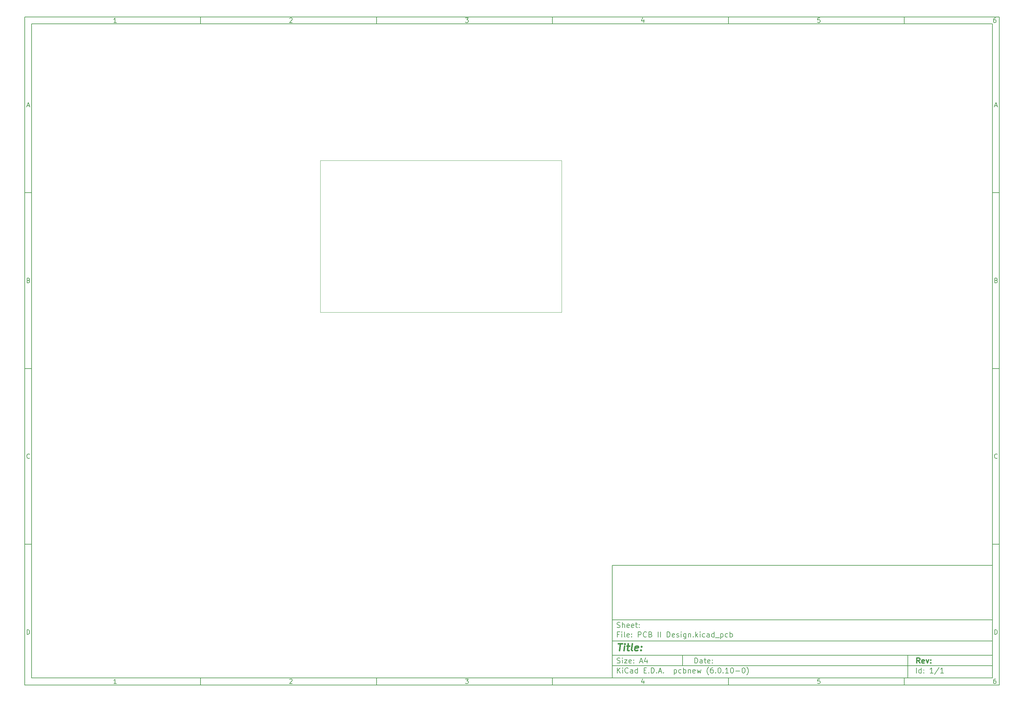
<source format=gbr>
%TF.GenerationSoftware,KiCad,Pcbnew,(6.0.10-0)*%
%TF.CreationDate,2023-02-24T22:40:59-08:00*%
%TF.ProjectId,PCB II Design,50434220-4949-4204-9465-7369676e2e6b,rev?*%
%TF.SameCoordinates,Original*%
%TF.FileFunction,Profile,NP*%
%FSLAX46Y46*%
G04 Gerber Fmt 4.6, Leading zero omitted, Abs format (unit mm)*
G04 Created by KiCad (PCBNEW (6.0.10-0)) date 2023-02-24 22:40:59*
%MOMM*%
%LPD*%
G01*
G04 APERTURE LIST*
%ADD10C,0.100000*%
%ADD11C,0.150000*%
%ADD12C,0.300000*%
%ADD13C,0.400000*%
%TA.AperFunction,Profile*%
%ADD14C,0.100000*%
%TD*%
G04 APERTURE END LIST*
D10*
D11*
X177002200Y-166007200D02*
X177002200Y-198007200D01*
X285002200Y-198007200D01*
X285002200Y-166007200D01*
X177002200Y-166007200D01*
D10*
D11*
X10000000Y-10000000D02*
X10000000Y-200007200D01*
X287002200Y-200007200D01*
X287002200Y-10000000D01*
X10000000Y-10000000D01*
D10*
D11*
X12000000Y-12000000D02*
X12000000Y-198007200D01*
X285002200Y-198007200D01*
X285002200Y-12000000D01*
X12000000Y-12000000D01*
D10*
D11*
X60000000Y-12000000D02*
X60000000Y-10000000D01*
D10*
D11*
X110000000Y-12000000D02*
X110000000Y-10000000D01*
D10*
D11*
X160000000Y-12000000D02*
X160000000Y-10000000D01*
D10*
D11*
X210000000Y-12000000D02*
X210000000Y-10000000D01*
D10*
D11*
X260000000Y-12000000D02*
X260000000Y-10000000D01*
D10*
D11*
X36065476Y-11588095D02*
X35322619Y-11588095D01*
X35694047Y-11588095D02*
X35694047Y-10288095D01*
X35570238Y-10473809D01*
X35446428Y-10597619D01*
X35322619Y-10659523D01*
D10*
D11*
X85322619Y-10411904D02*
X85384523Y-10350000D01*
X85508333Y-10288095D01*
X85817857Y-10288095D01*
X85941666Y-10350000D01*
X86003571Y-10411904D01*
X86065476Y-10535714D01*
X86065476Y-10659523D01*
X86003571Y-10845238D01*
X85260714Y-11588095D01*
X86065476Y-11588095D01*
D10*
D11*
X135260714Y-10288095D02*
X136065476Y-10288095D01*
X135632142Y-10783333D01*
X135817857Y-10783333D01*
X135941666Y-10845238D01*
X136003571Y-10907142D01*
X136065476Y-11030952D01*
X136065476Y-11340476D01*
X136003571Y-11464285D01*
X135941666Y-11526190D01*
X135817857Y-11588095D01*
X135446428Y-11588095D01*
X135322619Y-11526190D01*
X135260714Y-11464285D01*
D10*
D11*
X185941666Y-10721428D02*
X185941666Y-11588095D01*
X185632142Y-10226190D02*
X185322619Y-11154761D01*
X186127380Y-11154761D01*
D10*
D11*
X236003571Y-10288095D02*
X235384523Y-10288095D01*
X235322619Y-10907142D01*
X235384523Y-10845238D01*
X235508333Y-10783333D01*
X235817857Y-10783333D01*
X235941666Y-10845238D01*
X236003571Y-10907142D01*
X236065476Y-11030952D01*
X236065476Y-11340476D01*
X236003571Y-11464285D01*
X235941666Y-11526190D01*
X235817857Y-11588095D01*
X235508333Y-11588095D01*
X235384523Y-11526190D01*
X235322619Y-11464285D01*
D10*
D11*
X285941666Y-10288095D02*
X285694047Y-10288095D01*
X285570238Y-10350000D01*
X285508333Y-10411904D01*
X285384523Y-10597619D01*
X285322619Y-10845238D01*
X285322619Y-11340476D01*
X285384523Y-11464285D01*
X285446428Y-11526190D01*
X285570238Y-11588095D01*
X285817857Y-11588095D01*
X285941666Y-11526190D01*
X286003571Y-11464285D01*
X286065476Y-11340476D01*
X286065476Y-11030952D01*
X286003571Y-10907142D01*
X285941666Y-10845238D01*
X285817857Y-10783333D01*
X285570238Y-10783333D01*
X285446428Y-10845238D01*
X285384523Y-10907142D01*
X285322619Y-11030952D01*
D10*
D11*
X60000000Y-198007200D02*
X60000000Y-200007200D01*
D10*
D11*
X110000000Y-198007200D02*
X110000000Y-200007200D01*
D10*
D11*
X160000000Y-198007200D02*
X160000000Y-200007200D01*
D10*
D11*
X210000000Y-198007200D02*
X210000000Y-200007200D01*
D10*
D11*
X260000000Y-198007200D02*
X260000000Y-200007200D01*
D10*
D11*
X36065476Y-199595295D02*
X35322619Y-199595295D01*
X35694047Y-199595295D02*
X35694047Y-198295295D01*
X35570238Y-198481009D01*
X35446428Y-198604819D01*
X35322619Y-198666723D01*
D10*
D11*
X85322619Y-198419104D02*
X85384523Y-198357200D01*
X85508333Y-198295295D01*
X85817857Y-198295295D01*
X85941666Y-198357200D01*
X86003571Y-198419104D01*
X86065476Y-198542914D01*
X86065476Y-198666723D01*
X86003571Y-198852438D01*
X85260714Y-199595295D01*
X86065476Y-199595295D01*
D10*
D11*
X135260714Y-198295295D02*
X136065476Y-198295295D01*
X135632142Y-198790533D01*
X135817857Y-198790533D01*
X135941666Y-198852438D01*
X136003571Y-198914342D01*
X136065476Y-199038152D01*
X136065476Y-199347676D01*
X136003571Y-199471485D01*
X135941666Y-199533390D01*
X135817857Y-199595295D01*
X135446428Y-199595295D01*
X135322619Y-199533390D01*
X135260714Y-199471485D01*
D10*
D11*
X185941666Y-198728628D02*
X185941666Y-199595295D01*
X185632142Y-198233390D02*
X185322619Y-199161961D01*
X186127380Y-199161961D01*
D10*
D11*
X236003571Y-198295295D02*
X235384523Y-198295295D01*
X235322619Y-198914342D01*
X235384523Y-198852438D01*
X235508333Y-198790533D01*
X235817857Y-198790533D01*
X235941666Y-198852438D01*
X236003571Y-198914342D01*
X236065476Y-199038152D01*
X236065476Y-199347676D01*
X236003571Y-199471485D01*
X235941666Y-199533390D01*
X235817857Y-199595295D01*
X235508333Y-199595295D01*
X235384523Y-199533390D01*
X235322619Y-199471485D01*
D10*
D11*
X285941666Y-198295295D02*
X285694047Y-198295295D01*
X285570238Y-198357200D01*
X285508333Y-198419104D01*
X285384523Y-198604819D01*
X285322619Y-198852438D01*
X285322619Y-199347676D01*
X285384523Y-199471485D01*
X285446428Y-199533390D01*
X285570238Y-199595295D01*
X285817857Y-199595295D01*
X285941666Y-199533390D01*
X286003571Y-199471485D01*
X286065476Y-199347676D01*
X286065476Y-199038152D01*
X286003571Y-198914342D01*
X285941666Y-198852438D01*
X285817857Y-198790533D01*
X285570238Y-198790533D01*
X285446428Y-198852438D01*
X285384523Y-198914342D01*
X285322619Y-199038152D01*
D10*
D11*
X10000000Y-60000000D02*
X12000000Y-60000000D01*
D10*
D11*
X10000000Y-110000000D02*
X12000000Y-110000000D01*
D10*
D11*
X10000000Y-160000000D02*
X12000000Y-160000000D01*
D10*
D11*
X10690476Y-35216666D02*
X11309523Y-35216666D01*
X10566666Y-35588095D02*
X11000000Y-34288095D01*
X11433333Y-35588095D01*
D10*
D11*
X11092857Y-84907142D02*
X11278571Y-84969047D01*
X11340476Y-85030952D01*
X11402380Y-85154761D01*
X11402380Y-85340476D01*
X11340476Y-85464285D01*
X11278571Y-85526190D01*
X11154761Y-85588095D01*
X10659523Y-85588095D01*
X10659523Y-84288095D01*
X11092857Y-84288095D01*
X11216666Y-84350000D01*
X11278571Y-84411904D01*
X11340476Y-84535714D01*
X11340476Y-84659523D01*
X11278571Y-84783333D01*
X11216666Y-84845238D01*
X11092857Y-84907142D01*
X10659523Y-84907142D01*
D10*
D11*
X11402380Y-135464285D02*
X11340476Y-135526190D01*
X11154761Y-135588095D01*
X11030952Y-135588095D01*
X10845238Y-135526190D01*
X10721428Y-135402380D01*
X10659523Y-135278571D01*
X10597619Y-135030952D01*
X10597619Y-134845238D01*
X10659523Y-134597619D01*
X10721428Y-134473809D01*
X10845238Y-134350000D01*
X11030952Y-134288095D01*
X11154761Y-134288095D01*
X11340476Y-134350000D01*
X11402380Y-134411904D01*
D10*
D11*
X10659523Y-185588095D02*
X10659523Y-184288095D01*
X10969047Y-184288095D01*
X11154761Y-184350000D01*
X11278571Y-184473809D01*
X11340476Y-184597619D01*
X11402380Y-184845238D01*
X11402380Y-185030952D01*
X11340476Y-185278571D01*
X11278571Y-185402380D01*
X11154761Y-185526190D01*
X10969047Y-185588095D01*
X10659523Y-185588095D01*
D10*
D11*
X287002200Y-60000000D02*
X285002200Y-60000000D01*
D10*
D11*
X287002200Y-110000000D02*
X285002200Y-110000000D01*
D10*
D11*
X287002200Y-160000000D02*
X285002200Y-160000000D01*
D10*
D11*
X285692676Y-35216666D02*
X286311723Y-35216666D01*
X285568866Y-35588095D02*
X286002200Y-34288095D01*
X286435533Y-35588095D01*
D10*
D11*
X286095057Y-84907142D02*
X286280771Y-84969047D01*
X286342676Y-85030952D01*
X286404580Y-85154761D01*
X286404580Y-85340476D01*
X286342676Y-85464285D01*
X286280771Y-85526190D01*
X286156961Y-85588095D01*
X285661723Y-85588095D01*
X285661723Y-84288095D01*
X286095057Y-84288095D01*
X286218866Y-84350000D01*
X286280771Y-84411904D01*
X286342676Y-84535714D01*
X286342676Y-84659523D01*
X286280771Y-84783333D01*
X286218866Y-84845238D01*
X286095057Y-84907142D01*
X285661723Y-84907142D01*
D10*
D11*
X286404580Y-135464285D02*
X286342676Y-135526190D01*
X286156961Y-135588095D01*
X286033152Y-135588095D01*
X285847438Y-135526190D01*
X285723628Y-135402380D01*
X285661723Y-135278571D01*
X285599819Y-135030952D01*
X285599819Y-134845238D01*
X285661723Y-134597619D01*
X285723628Y-134473809D01*
X285847438Y-134350000D01*
X286033152Y-134288095D01*
X286156961Y-134288095D01*
X286342676Y-134350000D01*
X286404580Y-134411904D01*
D10*
D11*
X285661723Y-185588095D02*
X285661723Y-184288095D01*
X285971247Y-184288095D01*
X286156961Y-184350000D01*
X286280771Y-184473809D01*
X286342676Y-184597619D01*
X286404580Y-184845238D01*
X286404580Y-185030952D01*
X286342676Y-185278571D01*
X286280771Y-185402380D01*
X286156961Y-185526190D01*
X285971247Y-185588095D01*
X285661723Y-185588095D01*
D10*
D11*
X200434342Y-193785771D02*
X200434342Y-192285771D01*
X200791485Y-192285771D01*
X201005771Y-192357200D01*
X201148628Y-192500057D01*
X201220057Y-192642914D01*
X201291485Y-192928628D01*
X201291485Y-193142914D01*
X201220057Y-193428628D01*
X201148628Y-193571485D01*
X201005771Y-193714342D01*
X200791485Y-193785771D01*
X200434342Y-193785771D01*
X202577200Y-193785771D02*
X202577200Y-193000057D01*
X202505771Y-192857200D01*
X202362914Y-192785771D01*
X202077200Y-192785771D01*
X201934342Y-192857200D01*
X202577200Y-193714342D02*
X202434342Y-193785771D01*
X202077200Y-193785771D01*
X201934342Y-193714342D01*
X201862914Y-193571485D01*
X201862914Y-193428628D01*
X201934342Y-193285771D01*
X202077200Y-193214342D01*
X202434342Y-193214342D01*
X202577200Y-193142914D01*
X203077200Y-192785771D02*
X203648628Y-192785771D01*
X203291485Y-192285771D02*
X203291485Y-193571485D01*
X203362914Y-193714342D01*
X203505771Y-193785771D01*
X203648628Y-193785771D01*
X204720057Y-193714342D02*
X204577200Y-193785771D01*
X204291485Y-193785771D01*
X204148628Y-193714342D01*
X204077200Y-193571485D01*
X204077200Y-193000057D01*
X204148628Y-192857200D01*
X204291485Y-192785771D01*
X204577200Y-192785771D01*
X204720057Y-192857200D01*
X204791485Y-193000057D01*
X204791485Y-193142914D01*
X204077200Y-193285771D01*
X205434342Y-193642914D02*
X205505771Y-193714342D01*
X205434342Y-193785771D01*
X205362914Y-193714342D01*
X205434342Y-193642914D01*
X205434342Y-193785771D01*
X205434342Y-192857200D02*
X205505771Y-192928628D01*
X205434342Y-193000057D01*
X205362914Y-192928628D01*
X205434342Y-192857200D01*
X205434342Y-193000057D01*
D10*
D11*
X177002200Y-194507200D02*
X285002200Y-194507200D01*
D10*
D11*
X178434342Y-196585771D02*
X178434342Y-195085771D01*
X179291485Y-196585771D02*
X178648628Y-195728628D01*
X179291485Y-195085771D02*
X178434342Y-195942914D01*
X179934342Y-196585771D02*
X179934342Y-195585771D01*
X179934342Y-195085771D02*
X179862914Y-195157200D01*
X179934342Y-195228628D01*
X180005771Y-195157200D01*
X179934342Y-195085771D01*
X179934342Y-195228628D01*
X181505771Y-196442914D02*
X181434342Y-196514342D01*
X181220057Y-196585771D01*
X181077200Y-196585771D01*
X180862914Y-196514342D01*
X180720057Y-196371485D01*
X180648628Y-196228628D01*
X180577200Y-195942914D01*
X180577200Y-195728628D01*
X180648628Y-195442914D01*
X180720057Y-195300057D01*
X180862914Y-195157200D01*
X181077200Y-195085771D01*
X181220057Y-195085771D01*
X181434342Y-195157200D01*
X181505771Y-195228628D01*
X182791485Y-196585771D02*
X182791485Y-195800057D01*
X182720057Y-195657200D01*
X182577200Y-195585771D01*
X182291485Y-195585771D01*
X182148628Y-195657200D01*
X182791485Y-196514342D02*
X182648628Y-196585771D01*
X182291485Y-196585771D01*
X182148628Y-196514342D01*
X182077200Y-196371485D01*
X182077200Y-196228628D01*
X182148628Y-196085771D01*
X182291485Y-196014342D01*
X182648628Y-196014342D01*
X182791485Y-195942914D01*
X184148628Y-196585771D02*
X184148628Y-195085771D01*
X184148628Y-196514342D02*
X184005771Y-196585771D01*
X183720057Y-196585771D01*
X183577200Y-196514342D01*
X183505771Y-196442914D01*
X183434342Y-196300057D01*
X183434342Y-195871485D01*
X183505771Y-195728628D01*
X183577200Y-195657200D01*
X183720057Y-195585771D01*
X184005771Y-195585771D01*
X184148628Y-195657200D01*
X186005771Y-195800057D02*
X186505771Y-195800057D01*
X186720057Y-196585771D02*
X186005771Y-196585771D01*
X186005771Y-195085771D01*
X186720057Y-195085771D01*
X187362914Y-196442914D02*
X187434342Y-196514342D01*
X187362914Y-196585771D01*
X187291485Y-196514342D01*
X187362914Y-196442914D01*
X187362914Y-196585771D01*
X188077200Y-196585771D02*
X188077200Y-195085771D01*
X188434342Y-195085771D01*
X188648628Y-195157200D01*
X188791485Y-195300057D01*
X188862914Y-195442914D01*
X188934342Y-195728628D01*
X188934342Y-195942914D01*
X188862914Y-196228628D01*
X188791485Y-196371485D01*
X188648628Y-196514342D01*
X188434342Y-196585771D01*
X188077200Y-196585771D01*
X189577200Y-196442914D02*
X189648628Y-196514342D01*
X189577200Y-196585771D01*
X189505771Y-196514342D01*
X189577200Y-196442914D01*
X189577200Y-196585771D01*
X190220057Y-196157200D02*
X190934342Y-196157200D01*
X190077200Y-196585771D02*
X190577200Y-195085771D01*
X191077200Y-196585771D01*
X191577200Y-196442914D02*
X191648628Y-196514342D01*
X191577200Y-196585771D01*
X191505771Y-196514342D01*
X191577200Y-196442914D01*
X191577200Y-196585771D01*
X194577200Y-195585771D02*
X194577200Y-197085771D01*
X194577200Y-195657200D02*
X194720057Y-195585771D01*
X195005771Y-195585771D01*
X195148628Y-195657200D01*
X195220057Y-195728628D01*
X195291485Y-195871485D01*
X195291485Y-196300057D01*
X195220057Y-196442914D01*
X195148628Y-196514342D01*
X195005771Y-196585771D01*
X194720057Y-196585771D01*
X194577200Y-196514342D01*
X196577200Y-196514342D02*
X196434342Y-196585771D01*
X196148628Y-196585771D01*
X196005771Y-196514342D01*
X195934342Y-196442914D01*
X195862914Y-196300057D01*
X195862914Y-195871485D01*
X195934342Y-195728628D01*
X196005771Y-195657200D01*
X196148628Y-195585771D01*
X196434342Y-195585771D01*
X196577200Y-195657200D01*
X197220057Y-196585771D02*
X197220057Y-195085771D01*
X197220057Y-195657200D02*
X197362914Y-195585771D01*
X197648628Y-195585771D01*
X197791485Y-195657200D01*
X197862914Y-195728628D01*
X197934342Y-195871485D01*
X197934342Y-196300057D01*
X197862914Y-196442914D01*
X197791485Y-196514342D01*
X197648628Y-196585771D01*
X197362914Y-196585771D01*
X197220057Y-196514342D01*
X198577200Y-195585771D02*
X198577200Y-196585771D01*
X198577200Y-195728628D02*
X198648628Y-195657200D01*
X198791485Y-195585771D01*
X199005771Y-195585771D01*
X199148628Y-195657200D01*
X199220057Y-195800057D01*
X199220057Y-196585771D01*
X200505771Y-196514342D02*
X200362914Y-196585771D01*
X200077200Y-196585771D01*
X199934342Y-196514342D01*
X199862914Y-196371485D01*
X199862914Y-195800057D01*
X199934342Y-195657200D01*
X200077200Y-195585771D01*
X200362914Y-195585771D01*
X200505771Y-195657200D01*
X200577200Y-195800057D01*
X200577200Y-195942914D01*
X199862914Y-196085771D01*
X201077200Y-195585771D02*
X201362914Y-196585771D01*
X201648628Y-195871485D01*
X201934342Y-196585771D01*
X202220057Y-195585771D01*
X204362914Y-197157200D02*
X204291485Y-197085771D01*
X204148628Y-196871485D01*
X204077200Y-196728628D01*
X204005771Y-196514342D01*
X203934342Y-196157200D01*
X203934342Y-195871485D01*
X204005771Y-195514342D01*
X204077200Y-195300057D01*
X204148628Y-195157200D01*
X204291485Y-194942914D01*
X204362914Y-194871485D01*
X205577200Y-195085771D02*
X205291485Y-195085771D01*
X205148628Y-195157200D01*
X205077200Y-195228628D01*
X204934342Y-195442914D01*
X204862914Y-195728628D01*
X204862914Y-196300057D01*
X204934342Y-196442914D01*
X205005771Y-196514342D01*
X205148628Y-196585771D01*
X205434342Y-196585771D01*
X205577200Y-196514342D01*
X205648628Y-196442914D01*
X205720057Y-196300057D01*
X205720057Y-195942914D01*
X205648628Y-195800057D01*
X205577200Y-195728628D01*
X205434342Y-195657200D01*
X205148628Y-195657200D01*
X205005771Y-195728628D01*
X204934342Y-195800057D01*
X204862914Y-195942914D01*
X206362914Y-196442914D02*
X206434342Y-196514342D01*
X206362914Y-196585771D01*
X206291485Y-196514342D01*
X206362914Y-196442914D01*
X206362914Y-196585771D01*
X207362914Y-195085771D02*
X207505771Y-195085771D01*
X207648628Y-195157200D01*
X207720057Y-195228628D01*
X207791485Y-195371485D01*
X207862914Y-195657200D01*
X207862914Y-196014342D01*
X207791485Y-196300057D01*
X207720057Y-196442914D01*
X207648628Y-196514342D01*
X207505771Y-196585771D01*
X207362914Y-196585771D01*
X207220057Y-196514342D01*
X207148628Y-196442914D01*
X207077200Y-196300057D01*
X207005771Y-196014342D01*
X207005771Y-195657200D01*
X207077200Y-195371485D01*
X207148628Y-195228628D01*
X207220057Y-195157200D01*
X207362914Y-195085771D01*
X208505771Y-196442914D02*
X208577200Y-196514342D01*
X208505771Y-196585771D01*
X208434342Y-196514342D01*
X208505771Y-196442914D01*
X208505771Y-196585771D01*
X210005771Y-196585771D02*
X209148628Y-196585771D01*
X209577200Y-196585771D02*
X209577200Y-195085771D01*
X209434342Y-195300057D01*
X209291485Y-195442914D01*
X209148628Y-195514342D01*
X210934342Y-195085771D02*
X211077200Y-195085771D01*
X211220057Y-195157200D01*
X211291485Y-195228628D01*
X211362914Y-195371485D01*
X211434342Y-195657200D01*
X211434342Y-196014342D01*
X211362914Y-196300057D01*
X211291485Y-196442914D01*
X211220057Y-196514342D01*
X211077200Y-196585771D01*
X210934342Y-196585771D01*
X210791485Y-196514342D01*
X210720057Y-196442914D01*
X210648628Y-196300057D01*
X210577200Y-196014342D01*
X210577200Y-195657200D01*
X210648628Y-195371485D01*
X210720057Y-195228628D01*
X210791485Y-195157200D01*
X210934342Y-195085771D01*
X212077200Y-196014342D02*
X213220057Y-196014342D01*
X214220057Y-195085771D02*
X214362914Y-195085771D01*
X214505771Y-195157200D01*
X214577200Y-195228628D01*
X214648628Y-195371485D01*
X214720057Y-195657200D01*
X214720057Y-196014342D01*
X214648628Y-196300057D01*
X214577200Y-196442914D01*
X214505771Y-196514342D01*
X214362914Y-196585771D01*
X214220057Y-196585771D01*
X214077200Y-196514342D01*
X214005771Y-196442914D01*
X213934342Y-196300057D01*
X213862914Y-196014342D01*
X213862914Y-195657200D01*
X213934342Y-195371485D01*
X214005771Y-195228628D01*
X214077200Y-195157200D01*
X214220057Y-195085771D01*
X215220057Y-197157200D02*
X215291485Y-197085771D01*
X215434342Y-196871485D01*
X215505771Y-196728628D01*
X215577200Y-196514342D01*
X215648628Y-196157200D01*
X215648628Y-195871485D01*
X215577200Y-195514342D01*
X215505771Y-195300057D01*
X215434342Y-195157200D01*
X215291485Y-194942914D01*
X215220057Y-194871485D01*
D10*
D11*
X177002200Y-191507200D02*
X285002200Y-191507200D01*
D10*
D12*
X264411485Y-193785771D02*
X263911485Y-193071485D01*
X263554342Y-193785771D02*
X263554342Y-192285771D01*
X264125771Y-192285771D01*
X264268628Y-192357200D01*
X264340057Y-192428628D01*
X264411485Y-192571485D01*
X264411485Y-192785771D01*
X264340057Y-192928628D01*
X264268628Y-193000057D01*
X264125771Y-193071485D01*
X263554342Y-193071485D01*
X265625771Y-193714342D02*
X265482914Y-193785771D01*
X265197200Y-193785771D01*
X265054342Y-193714342D01*
X264982914Y-193571485D01*
X264982914Y-193000057D01*
X265054342Y-192857200D01*
X265197200Y-192785771D01*
X265482914Y-192785771D01*
X265625771Y-192857200D01*
X265697200Y-193000057D01*
X265697200Y-193142914D01*
X264982914Y-193285771D01*
X266197200Y-192785771D02*
X266554342Y-193785771D01*
X266911485Y-192785771D01*
X267482914Y-193642914D02*
X267554342Y-193714342D01*
X267482914Y-193785771D01*
X267411485Y-193714342D01*
X267482914Y-193642914D01*
X267482914Y-193785771D01*
X267482914Y-192857200D02*
X267554342Y-192928628D01*
X267482914Y-193000057D01*
X267411485Y-192928628D01*
X267482914Y-192857200D01*
X267482914Y-193000057D01*
D10*
D11*
X178362914Y-193714342D02*
X178577200Y-193785771D01*
X178934342Y-193785771D01*
X179077200Y-193714342D01*
X179148628Y-193642914D01*
X179220057Y-193500057D01*
X179220057Y-193357200D01*
X179148628Y-193214342D01*
X179077200Y-193142914D01*
X178934342Y-193071485D01*
X178648628Y-193000057D01*
X178505771Y-192928628D01*
X178434342Y-192857200D01*
X178362914Y-192714342D01*
X178362914Y-192571485D01*
X178434342Y-192428628D01*
X178505771Y-192357200D01*
X178648628Y-192285771D01*
X179005771Y-192285771D01*
X179220057Y-192357200D01*
X179862914Y-193785771D02*
X179862914Y-192785771D01*
X179862914Y-192285771D02*
X179791485Y-192357200D01*
X179862914Y-192428628D01*
X179934342Y-192357200D01*
X179862914Y-192285771D01*
X179862914Y-192428628D01*
X180434342Y-192785771D02*
X181220057Y-192785771D01*
X180434342Y-193785771D01*
X181220057Y-193785771D01*
X182362914Y-193714342D02*
X182220057Y-193785771D01*
X181934342Y-193785771D01*
X181791485Y-193714342D01*
X181720057Y-193571485D01*
X181720057Y-193000057D01*
X181791485Y-192857200D01*
X181934342Y-192785771D01*
X182220057Y-192785771D01*
X182362914Y-192857200D01*
X182434342Y-193000057D01*
X182434342Y-193142914D01*
X181720057Y-193285771D01*
X183077200Y-193642914D02*
X183148628Y-193714342D01*
X183077200Y-193785771D01*
X183005771Y-193714342D01*
X183077200Y-193642914D01*
X183077200Y-193785771D01*
X183077200Y-192857200D02*
X183148628Y-192928628D01*
X183077200Y-193000057D01*
X183005771Y-192928628D01*
X183077200Y-192857200D01*
X183077200Y-193000057D01*
X184862914Y-193357200D02*
X185577200Y-193357200D01*
X184720057Y-193785771D02*
X185220057Y-192285771D01*
X185720057Y-193785771D01*
X186862914Y-192785771D02*
X186862914Y-193785771D01*
X186505771Y-192214342D02*
X186148628Y-193285771D01*
X187077200Y-193285771D01*
D10*
D11*
X263434342Y-196585771D02*
X263434342Y-195085771D01*
X264791485Y-196585771D02*
X264791485Y-195085771D01*
X264791485Y-196514342D02*
X264648628Y-196585771D01*
X264362914Y-196585771D01*
X264220057Y-196514342D01*
X264148628Y-196442914D01*
X264077200Y-196300057D01*
X264077200Y-195871485D01*
X264148628Y-195728628D01*
X264220057Y-195657200D01*
X264362914Y-195585771D01*
X264648628Y-195585771D01*
X264791485Y-195657200D01*
X265505771Y-196442914D02*
X265577200Y-196514342D01*
X265505771Y-196585771D01*
X265434342Y-196514342D01*
X265505771Y-196442914D01*
X265505771Y-196585771D01*
X265505771Y-195657200D02*
X265577200Y-195728628D01*
X265505771Y-195800057D01*
X265434342Y-195728628D01*
X265505771Y-195657200D01*
X265505771Y-195800057D01*
X268148628Y-196585771D02*
X267291485Y-196585771D01*
X267720057Y-196585771D02*
X267720057Y-195085771D01*
X267577200Y-195300057D01*
X267434342Y-195442914D01*
X267291485Y-195514342D01*
X269862914Y-195014342D02*
X268577200Y-196942914D01*
X271148628Y-196585771D02*
X270291485Y-196585771D01*
X270720057Y-196585771D02*
X270720057Y-195085771D01*
X270577200Y-195300057D01*
X270434342Y-195442914D01*
X270291485Y-195514342D01*
D10*
D11*
X177002200Y-187507200D02*
X285002200Y-187507200D01*
D10*
D13*
X178714580Y-188211961D02*
X179857438Y-188211961D01*
X179036009Y-190211961D02*
X179286009Y-188211961D01*
X180274104Y-190211961D02*
X180440771Y-188878628D01*
X180524104Y-188211961D02*
X180416961Y-188307200D01*
X180500295Y-188402438D01*
X180607438Y-188307200D01*
X180524104Y-188211961D01*
X180500295Y-188402438D01*
X181107438Y-188878628D02*
X181869342Y-188878628D01*
X181476485Y-188211961D02*
X181262200Y-189926247D01*
X181333628Y-190116723D01*
X181512200Y-190211961D01*
X181702676Y-190211961D01*
X182655057Y-190211961D02*
X182476485Y-190116723D01*
X182405057Y-189926247D01*
X182619342Y-188211961D01*
X184190771Y-190116723D02*
X183988390Y-190211961D01*
X183607438Y-190211961D01*
X183428866Y-190116723D01*
X183357438Y-189926247D01*
X183452676Y-189164342D01*
X183571723Y-188973866D01*
X183774104Y-188878628D01*
X184155057Y-188878628D01*
X184333628Y-188973866D01*
X184405057Y-189164342D01*
X184381247Y-189354819D01*
X183405057Y-189545295D01*
X185155057Y-190021485D02*
X185238390Y-190116723D01*
X185131247Y-190211961D01*
X185047914Y-190116723D01*
X185155057Y-190021485D01*
X185131247Y-190211961D01*
X185286009Y-188973866D02*
X185369342Y-189069104D01*
X185262200Y-189164342D01*
X185178866Y-189069104D01*
X185286009Y-188973866D01*
X185262200Y-189164342D01*
D10*
D11*
X178934342Y-185600057D02*
X178434342Y-185600057D01*
X178434342Y-186385771D02*
X178434342Y-184885771D01*
X179148628Y-184885771D01*
X179720057Y-186385771D02*
X179720057Y-185385771D01*
X179720057Y-184885771D02*
X179648628Y-184957200D01*
X179720057Y-185028628D01*
X179791485Y-184957200D01*
X179720057Y-184885771D01*
X179720057Y-185028628D01*
X180648628Y-186385771D02*
X180505771Y-186314342D01*
X180434342Y-186171485D01*
X180434342Y-184885771D01*
X181791485Y-186314342D02*
X181648628Y-186385771D01*
X181362914Y-186385771D01*
X181220057Y-186314342D01*
X181148628Y-186171485D01*
X181148628Y-185600057D01*
X181220057Y-185457200D01*
X181362914Y-185385771D01*
X181648628Y-185385771D01*
X181791485Y-185457200D01*
X181862914Y-185600057D01*
X181862914Y-185742914D01*
X181148628Y-185885771D01*
X182505771Y-186242914D02*
X182577200Y-186314342D01*
X182505771Y-186385771D01*
X182434342Y-186314342D01*
X182505771Y-186242914D01*
X182505771Y-186385771D01*
X182505771Y-185457200D02*
X182577200Y-185528628D01*
X182505771Y-185600057D01*
X182434342Y-185528628D01*
X182505771Y-185457200D01*
X182505771Y-185600057D01*
X184362914Y-186385771D02*
X184362914Y-184885771D01*
X184934342Y-184885771D01*
X185077200Y-184957200D01*
X185148628Y-185028628D01*
X185220057Y-185171485D01*
X185220057Y-185385771D01*
X185148628Y-185528628D01*
X185077200Y-185600057D01*
X184934342Y-185671485D01*
X184362914Y-185671485D01*
X186720057Y-186242914D02*
X186648628Y-186314342D01*
X186434342Y-186385771D01*
X186291485Y-186385771D01*
X186077200Y-186314342D01*
X185934342Y-186171485D01*
X185862914Y-186028628D01*
X185791485Y-185742914D01*
X185791485Y-185528628D01*
X185862914Y-185242914D01*
X185934342Y-185100057D01*
X186077200Y-184957200D01*
X186291485Y-184885771D01*
X186434342Y-184885771D01*
X186648628Y-184957200D01*
X186720057Y-185028628D01*
X187862914Y-185600057D02*
X188077200Y-185671485D01*
X188148628Y-185742914D01*
X188220057Y-185885771D01*
X188220057Y-186100057D01*
X188148628Y-186242914D01*
X188077200Y-186314342D01*
X187934342Y-186385771D01*
X187362914Y-186385771D01*
X187362914Y-184885771D01*
X187862914Y-184885771D01*
X188005771Y-184957200D01*
X188077200Y-185028628D01*
X188148628Y-185171485D01*
X188148628Y-185314342D01*
X188077200Y-185457200D01*
X188005771Y-185528628D01*
X187862914Y-185600057D01*
X187362914Y-185600057D01*
X190005771Y-186385771D02*
X190005771Y-184885771D01*
X190720057Y-186385771D02*
X190720057Y-184885771D01*
X192577200Y-186385771D02*
X192577200Y-184885771D01*
X192934342Y-184885771D01*
X193148628Y-184957200D01*
X193291485Y-185100057D01*
X193362914Y-185242914D01*
X193434342Y-185528628D01*
X193434342Y-185742914D01*
X193362914Y-186028628D01*
X193291485Y-186171485D01*
X193148628Y-186314342D01*
X192934342Y-186385771D01*
X192577200Y-186385771D01*
X194648628Y-186314342D02*
X194505771Y-186385771D01*
X194220057Y-186385771D01*
X194077200Y-186314342D01*
X194005771Y-186171485D01*
X194005771Y-185600057D01*
X194077200Y-185457200D01*
X194220057Y-185385771D01*
X194505771Y-185385771D01*
X194648628Y-185457200D01*
X194720057Y-185600057D01*
X194720057Y-185742914D01*
X194005771Y-185885771D01*
X195291485Y-186314342D02*
X195434342Y-186385771D01*
X195720057Y-186385771D01*
X195862914Y-186314342D01*
X195934342Y-186171485D01*
X195934342Y-186100057D01*
X195862914Y-185957200D01*
X195720057Y-185885771D01*
X195505771Y-185885771D01*
X195362914Y-185814342D01*
X195291485Y-185671485D01*
X195291485Y-185600057D01*
X195362914Y-185457200D01*
X195505771Y-185385771D01*
X195720057Y-185385771D01*
X195862914Y-185457200D01*
X196577200Y-186385771D02*
X196577200Y-185385771D01*
X196577200Y-184885771D02*
X196505771Y-184957200D01*
X196577200Y-185028628D01*
X196648628Y-184957200D01*
X196577200Y-184885771D01*
X196577200Y-185028628D01*
X197934342Y-185385771D02*
X197934342Y-186600057D01*
X197862914Y-186742914D01*
X197791485Y-186814342D01*
X197648628Y-186885771D01*
X197434342Y-186885771D01*
X197291485Y-186814342D01*
X197934342Y-186314342D02*
X197791485Y-186385771D01*
X197505771Y-186385771D01*
X197362914Y-186314342D01*
X197291485Y-186242914D01*
X197220057Y-186100057D01*
X197220057Y-185671485D01*
X197291485Y-185528628D01*
X197362914Y-185457200D01*
X197505771Y-185385771D01*
X197791485Y-185385771D01*
X197934342Y-185457200D01*
X198648628Y-185385771D02*
X198648628Y-186385771D01*
X198648628Y-185528628D02*
X198720057Y-185457200D01*
X198862914Y-185385771D01*
X199077200Y-185385771D01*
X199220057Y-185457200D01*
X199291485Y-185600057D01*
X199291485Y-186385771D01*
X200005771Y-186242914D02*
X200077200Y-186314342D01*
X200005771Y-186385771D01*
X199934342Y-186314342D01*
X200005771Y-186242914D01*
X200005771Y-186385771D01*
X200720057Y-186385771D02*
X200720057Y-184885771D01*
X200862914Y-185814342D02*
X201291485Y-186385771D01*
X201291485Y-185385771D02*
X200720057Y-185957200D01*
X201934342Y-186385771D02*
X201934342Y-185385771D01*
X201934342Y-184885771D02*
X201862914Y-184957200D01*
X201934342Y-185028628D01*
X202005771Y-184957200D01*
X201934342Y-184885771D01*
X201934342Y-185028628D01*
X203291485Y-186314342D02*
X203148628Y-186385771D01*
X202862914Y-186385771D01*
X202720057Y-186314342D01*
X202648628Y-186242914D01*
X202577200Y-186100057D01*
X202577200Y-185671485D01*
X202648628Y-185528628D01*
X202720057Y-185457200D01*
X202862914Y-185385771D01*
X203148628Y-185385771D01*
X203291485Y-185457200D01*
X204577200Y-186385771D02*
X204577200Y-185600057D01*
X204505771Y-185457200D01*
X204362914Y-185385771D01*
X204077200Y-185385771D01*
X203934342Y-185457200D01*
X204577200Y-186314342D02*
X204434342Y-186385771D01*
X204077200Y-186385771D01*
X203934342Y-186314342D01*
X203862914Y-186171485D01*
X203862914Y-186028628D01*
X203934342Y-185885771D01*
X204077200Y-185814342D01*
X204434342Y-185814342D01*
X204577200Y-185742914D01*
X205934342Y-186385771D02*
X205934342Y-184885771D01*
X205934342Y-186314342D02*
X205791485Y-186385771D01*
X205505771Y-186385771D01*
X205362914Y-186314342D01*
X205291485Y-186242914D01*
X205220057Y-186100057D01*
X205220057Y-185671485D01*
X205291485Y-185528628D01*
X205362914Y-185457200D01*
X205505771Y-185385771D01*
X205791485Y-185385771D01*
X205934342Y-185457200D01*
X206291485Y-186528628D02*
X207434342Y-186528628D01*
X207791485Y-185385771D02*
X207791485Y-186885771D01*
X207791485Y-185457200D02*
X207934342Y-185385771D01*
X208220057Y-185385771D01*
X208362914Y-185457200D01*
X208434342Y-185528628D01*
X208505771Y-185671485D01*
X208505771Y-186100057D01*
X208434342Y-186242914D01*
X208362914Y-186314342D01*
X208220057Y-186385771D01*
X207934342Y-186385771D01*
X207791485Y-186314342D01*
X209791485Y-186314342D02*
X209648628Y-186385771D01*
X209362914Y-186385771D01*
X209220057Y-186314342D01*
X209148628Y-186242914D01*
X209077200Y-186100057D01*
X209077200Y-185671485D01*
X209148628Y-185528628D01*
X209220057Y-185457200D01*
X209362914Y-185385771D01*
X209648628Y-185385771D01*
X209791485Y-185457200D01*
X210434342Y-186385771D02*
X210434342Y-184885771D01*
X210434342Y-185457200D02*
X210577200Y-185385771D01*
X210862914Y-185385771D01*
X211005771Y-185457200D01*
X211077200Y-185528628D01*
X211148628Y-185671485D01*
X211148628Y-186100057D01*
X211077200Y-186242914D01*
X211005771Y-186314342D01*
X210862914Y-186385771D01*
X210577200Y-186385771D01*
X210434342Y-186314342D01*
D10*
D11*
X177002200Y-181507200D02*
X285002200Y-181507200D01*
D10*
D11*
X178362914Y-183614342D02*
X178577200Y-183685771D01*
X178934342Y-183685771D01*
X179077200Y-183614342D01*
X179148628Y-183542914D01*
X179220057Y-183400057D01*
X179220057Y-183257200D01*
X179148628Y-183114342D01*
X179077200Y-183042914D01*
X178934342Y-182971485D01*
X178648628Y-182900057D01*
X178505771Y-182828628D01*
X178434342Y-182757200D01*
X178362914Y-182614342D01*
X178362914Y-182471485D01*
X178434342Y-182328628D01*
X178505771Y-182257200D01*
X178648628Y-182185771D01*
X179005771Y-182185771D01*
X179220057Y-182257200D01*
X179862914Y-183685771D02*
X179862914Y-182185771D01*
X180505771Y-183685771D02*
X180505771Y-182900057D01*
X180434342Y-182757200D01*
X180291485Y-182685771D01*
X180077200Y-182685771D01*
X179934342Y-182757200D01*
X179862914Y-182828628D01*
X181791485Y-183614342D02*
X181648628Y-183685771D01*
X181362914Y-183685771D01*
X181220057Y-183614342D01*
X181148628Y-183471485D01*
X181148628Y-182900057D01*
X181220057Y-182757200D01*
X181362914Y-182685771D01*
X181648628Y-182685771D01*
X181791485Y-182757200D01*
X181862914Y-182900057D01*
X181862914Y-183042914D01*
X181148628Y-183185771D01*
X183077200Y-183614342D02*
X182934342Y-183685771D01*
X182648628Y-183685771D01*
X182505771Y-183614342D01*
X182434342Y-183471485D01*
X182434342Y-182900057D01*
X182505771Y-182757200D01*
X182648628Y-182685771D01*
X182934342Y-182685771D01*
X183077200Y-182757200D01*
X183148628Y-182900057D01*
X183148628Y-183042914D01*
X182434342Y-183185771D01*
X183577200Y-182685771D02*
X184148628Y-182685771D01*
X183791485Y-182185771D02*
X183791485Y-183471485D01*
X183862914Y-183614342D01*
X184005771Y-183685771D01*
X184148628Y-183685771D01*
X184648628Y-183542914D02*
X184720057Y-183614342D01*
X184648628Y-183685771D01*
X184577200Y-183614342D01*
X184648628Y-183542914D01*
X184648628Y-183685771D01*
X184648628Y-182757200D02*
X184720057Y-182828628D01*
X184648628Y-182900057D01*
X184577200Y-182828628D01*
X184648628Y-182757200D01*
X184648628Y-182900057D01*
D10*
D12*
D10*
D11*
D10*
D11*
D10*
D11*
D10*
D11*
D10*
D11*
X197002200Y-191507200D02*
X197002200Y-194507200D01*
D10*
D11*
X261002200Y-191507200D02*
X261002200Y-198007200D01*
D14*
X93980000Y-50800000D02*
X162560000Y-50800000D01*
X162560000Y-50800000D02*
X162560000Y-93980000D01*
X162560000Y-93980000D02*
X93980000Y-93980000D01*
X93980000Y-93980000D02*
X93980000Y-50800000D01*
M02*

</source>
